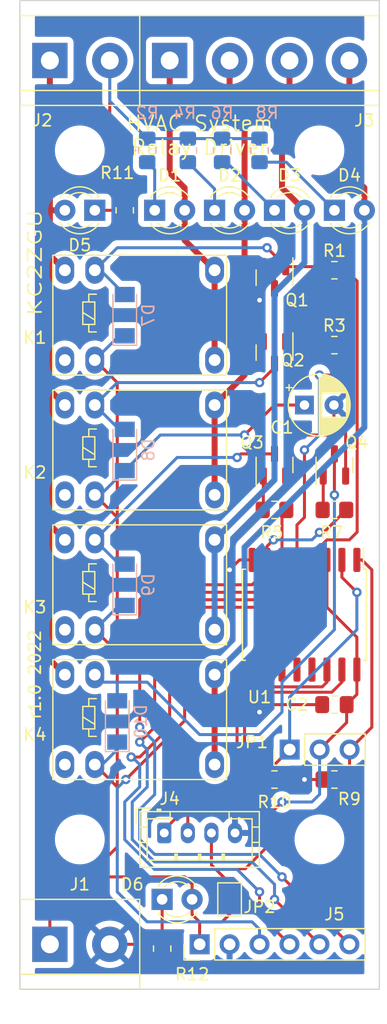
<source format=kicad_pcb>
(kicad_pcb (version 20211014) (generator pcbnew)
  (layers (0 "F.Cu" signal) (31 "B.Cu" signal) (34 "B.Paste" user) (35 "F.Paste" user) (36 "B.SilkS" user "B.Silkscreen") (37 "F.SilkS" user "F.Silkscreen") (38 "B.Mask" user) (39 "F.Mask" user) (44 "Edge.Cuts" user))
  (net 0 "")
  (net 1 "+5V")
  (net 2 "GND")
  (net 3 "VCC")
  (net 4 "Net-(D1-Pad1)")
  (net 5 "/HVAC_1")
  (net 6 "Net-(D2-Pad1)")
  (net 7 "/HVAC_2")
  (net 8 "Net-(D3-Pad1)")
  (net 9 "/HVAC_3")
  (net 10 "Net-(D4-Pad1)")
  (net 11 "/HVAC_4")
  (net 12 "/HVAC_V")
  (net 13 "/HVAC_C")
  (net 14 "Net-(R1-Pad2)")
  (net 15 "Net-(R3-Pad2)")
  (net 16 "Net-(J5-Pad5)")
  (net 17 "Net-(J5-Pad6)")
  (net 18 "Net-(JP1-Pad1)")
  (net 19 "Net-(JP1-Pad3)")
  (net 20 "Net-(K1-Pad5)")
  (net 22 "Net-(K2-Pad5)")
  (net 24 "Net-(K3-Pad5)")
  (net 26 "Net-(K4-Pad5)")
  (net 28 "Net-(Q1-Pad1)")
  (net 29 "Net-(Q2-Pad1)")
  (net 30 "Net-(Q3-Pad1)")
  (net 31 "Net-(Q4-Pad1)")
  (net 37 "Net-(D5-Pad1)")
  (net 38 "Net-(D6-Pad1)")
  (net 39 "/SCL")
  (net 40 "/SDA")
  (footprint "LED_THT:LED_D3.0mm" (layer "F.Cu") (at 113.66 127)
    (fp_text reference "D6" (at -2.535 -1.27) (layer "F.SilkS"))
    (fp_text value "LED")
    (pad "1" thru_hole rect (at 0 0) (size 1.8 1.8) (drill 0.9) (layers *.Cu *.Mask) (net 38 "Net-(D6-Pad1)"))
    (pad "2" thru_hole circle (at 2.54 0) (size 1.8 1.8) (drill 0.9) (layers *.Cu *.Mask) (net 1 "+5V"))
  )
  (footprint "Relay_THT:Relay_SPDT_HJR-4102" (layer "F.Cu") (at 118.11 107.95 -90)
    (fp_text reference "K4" (at 5.08 15.24) (layer "F.SilkS"))
    (fp_text value "J102-1C")
    (pad "1" thru_hole oval (at 0 0 270) (size 2.3 1.6) (drill 1) (layers *.Cu *.Mask) (net 11 "/HVAC_4"))
    (pad "5" thru_hole oval (at 0 10.16 270) (size 2.3 1.6) (drill 1) (layers *.Cu *.Mask) (net 26 "Net-(K4-Pad5)"))
    (pad "6" thru_hole oval (at 0 12.7 270) (size 2.3 1.6) (drill 1) (layers *.Cu *.Mask) (net 12 "/HVAC_V"))
    (pad "7" thru_hole oval (at 7.62 12.7 270) (size 2.3 1.6) (drill 1) (layers *.Cu *.Mask))
    (pad "8" thru_hole oval (at 7.62 10.16 270) (size 2.3 1.6) (drill 1) (layers *.Cu *.Mask) (net 1 "+5V"))
    (pad "12" thru_hole oval (at 7.62 0 270) (size 2.3 1.6) (drill 1) (layers *.Cu *.Mask) (net 11 "/HVAC_4"))
  )
  (footprint "Relay_THT:Relay_SPDT_HJR-4102" (layer "F.Cu") (at 118.11 73.66 -90)
    (fp_text reference "K1" (at 5.715 15.24 180) (layer "F.SilkS"))
    (fp_text value "J102-1C")
    (pad "1" thru_hole oval (at 0 0 270) (size 2.3 1.6) (drill 1) (layers *.Cu *.Mask) (net 5 "/HVAC_1"))
    (pad "5" thru_hole oval (at 0 10.16 270) (size 2.3 1.6) (drill 1) (layers *.Cu *.Mask) (net 20 "Net-(K1-Pad5)"))
    (pad "6" thru_hole oval (at 0 12.7 270) (size 2.3 1.6) (drill 1) (layers *.Cu *.Mask) (net 12 "/HVAC_V"))
    (pad "7" thru_hole oval (at 7.62 12.7 270) (size 2.3 1.6) (drill 1) (layers *.Cu *.Mask))
    (pad "8" thru_hole oval (at 7.62 10.16 270) (size 2.3 1.6) (drill 1) (layers *.Cu *.Mask) (net 1 "+5V"))
    (pad "12" thru_hole oval (at 7.62 0 270) (size 2.3 1.6) (drill 1) (layers *.Cu *.Mask) (net 5 "/HVAC_1"))
  )
  (footprint "Package_TO_SOT_SMD:SOT-23" (layer "F.Cu") (at 123.19 80.645 -90)
    (fp_text reference "Q2" (at 0.65 -1.56 180) (layer "F.SilkS"))
    (fp_text value "MMBT3904")
    (pad "1" smd roundrect (at -0.9375 -0.95 270) (size 1.475 0.6) (layers "F.Cu" "F.Paste" "F.Mask") (net 29 "Net-(Q2-Pad1)"))
    (pad "2" smd roundrect (at -0.9375 0.95 270) (size 1.475 0.6) (layers "F.Cu" "F.Paste" "F.Mask") (net 2 "GND"))
    (pad "3" smd roundrect (at 0.9375 0 270) (size 1.475 0.6) (layers "F.Cu" "F.Paste" "F.Mask") (net 22 "Net-(K2-Pad5)"))
  )
  (footprint "LED_THT:LED_D3.0mm" (layer "F.Cu") (at 113.03 68.58)
    (fp_text reference "D1" (at 1.27 -2.96) (layer "F.SilkS"))
    (fp_text value "LED")
    (pad "1" thru_hole rect (at 0 0) (size 1.8 1.8) (drill 0.9) (layers *.Cu *.Mask) (net 4 "Net-(D1-Pad1)"))
    (pad "2" thru_hole circle (at 2.54 0) (size 1.8 1.8) (drill 0.9) (layers *.Cu *.Mask) (net 5 "/HVAC_1"))
  )
  (footprint "TerminalBlock:TerminalBlock_bornier-2_P5.08mm" (layer "F.Cu") (at 104.14 55.88)
    (fp_text reference "J2" (at -0.635 5.08) (layer "F.SilkS"))
    (fp_text value "Conn_01x02_Male")
    (pad "1" thru_hole rect (at 0 0) (size 3 3) (drill 1.52) (layers *.Cu *.Mask) (net 12 "/HVAC_V"))
    (pad "2" thru_hole circle (at 5.08 0) (size 3 3) (drill 1.52) (layers *.Cu *.Mask) (net 13 "/HVAC_C"))
  )
  (footprint "Package_TO_SOT_SMD:SOT-23" (layer "F.Cu") (at 123.19 74.295 -90)
    (fp_text reference "Q1" (at 1.905 -1.905 180) (layer "F.SilkS"))
    (fp_text value "MMBT3904")
    (pad "1" smd roundrect (at -0.9375 -0.95 270) (size 1.475 0.6) (layers "F.Cu" "F.Paste" "F.Mask") (net 28 "Net-(Q1-Pad1)"))
    (pad "2" smd roundrect (at -0.9375 0.95 270) (size 1.475 0.6) (layers "F.Cu" "F.Paste" "F.Mask") (net 2 "GND"))
    (pad "3" smd roundrect (at 0.9375 0 270) (size 1.475 0.6) (layers "F.Cu" "F.Paste" "F.Mask") (net 20 "Net-(K1-Pad5)"))
  )
  (footprint "Resistor_SMD:R_0805_2012Metric_Pad1.20x1.40mm_HandSolder" (layer "F.Cu") (at 113.665 131.175 -90)
    (fp_text reference "R12" (at 2.175 -2.54 180) (layer "F.SilkS"))
    (fp_text value "R_US")
    (pad "1" smd roundrect (at -1 0 270) (size 1.2 1.4) (layers "F.Cu" "F.Paste" "F.Mask") (roundrect_rratio 0.2083333333) (net 38 "Net-(D6-Pad1)"))
    (pad "2" smd roundrect (at 1 0 270) (size 1.2 1.4) (layers "F.Cu" "F.Paste" "F.Mask") (roundrect_rratio 0.2083333333) (net 2 "GND"))
  )
  (footprint "Resistor_SMD:R_0805_2012Metric_Pad1.20x1.40mm_HandSolder" (layer "F.Cu") (at 123.19 116.84)
    (fp_text reference "R10" (at 0 1.905) (layer "F.SilkS"))
    (fp_text value "R_US")
    (pad "1" smd roundrect (at -1 0) (size 1.2 1.4) (layers "F.Cu" "F.Paste" "F.Mask") (roundrect_rratio 0.2083333333) (net 18 "Net-(JP1-Pad1)"))
    (pad "2" smd roundrect (at 1 0) (size 1.2 1.4) (layers "F.Cu" "F.Paste" "F.Mask") (roundrect_rratio 0.2083333333) (net 2 "GND"))
  )
  (footprint "LED_THT:LED_D3.0mm" (layer "F.Cu") (at 123.19 68.58)
    (fp_text reference "D3" (at 1.27 -2.96) (layer "F.SilkS"))
    (fp_text value "LED")
    (pad "1" thru_hole rect (at 0 0) (size 1.8 1.8) (drill 0.9) (layers *.Cu *.Mask) (net 8 "Net-(D3-Pad1)"))
    (pad "2" thru_hole circle (at 2.54 0) (size 1.8 1.8) (drill 0.9) (layers *.Cu *.Mask) (net 9 "/HVAC_3"))
  )
  (footprint "TerminalBlock:TerminalBlock_bornier-2_P5.08mm" (layer "F.Cu") (at 104.14 130.81)
    (fp_text reference "J1" (at 2.54 -5.08) (layer "F.SilkS"))
    (fp_text value "Conn_01x02_Male")
    (pad "1" thru_hole rect (at 0 0) (size 3 3) (drill 1.52) (layers *.Cu *.Mask) (net 1 "+5V"))
    (pad "2" thru_hole circle (at 5.08 0) (size 3 3) (drill 1.52) (layers *.Cu *.Mask) (net 2 "GND"))
  )
  (footprint "Jumper:SolderJumper-2_P1.3mm_Open_Pad1.0x1.5mm" (layer "F.Cu") (at 119.38 127 -90)
    (fp_text reference "JP2" (at 0.635 -2.54 180) (layer "F.SilkS"))
    (fp_text value "SolderJumper_2_Open")
    (pad "1" smd rect (at -0.65 0 270) (size 1 1.5) (layers "F.Cu" "F.Mask") (net 3 "VCC"))
    (pad "2" smd rect (at 0.65 0 270) (size 1 1.5) (layers "F.Cu" "F.Mask") (net 1 "+5V"))
  )
  (footprint "Connector_PinHeader_2.54mm:PinHeader_1x06_P2.54mm_Vertical" (layer "F.Cu") (at 116.84 130.81 90)
    (fp_text reference "J5" (at 2.54 11.43 180) (layer "F.SilkS"))
    (fp_text value "Conn_01x06_Male")
    (pad "1" thru_hole rect (at 0 0 90) (size 1.7 1.7) (drill 1) (layers *.Cu *.Mask) (net 1 "+5V"))
    (pad "2" thru_hole oval (at 0 2.54 90) (size 1.7 1.7) (drill 1) (layers *.Cu *.Mask) (net 2 "GND"))
    (pad "3" thru_hole oval (at 0 5.08 90) (size 1.7 1.7) (drill 1) (layers *.Cu *.Mask) (net 14 "Net-(R1-Pad2)"))
    (pad "4" thru_hole oval (at 0 7.62 90) (size 1.7 1.7) (drill 1) (layers *.Cu *.Mask) (net 15 "Net-(R3-Pad2)"))
    (pad "5" thru_hole oval (at 0 10.16 90) (size 1.7 1.7) (drill 1) (layers *.Cu *.Mask) (net 16 "Net-(J5-Pad5)"))
    (pad "6" thru_hole oval (at 0 12.7 90) (size 1.7 1.7) (drill 1) (layers *.Cu *.Mask) (net 17 "Net-(J5-Pad6)"))
  )
  (footprint "Package_SO:SOIC-16W_7.5x10.3mm_P1.27mm" (layer "F.Cu") (at 125.73 102.87 -90)
    (fp_text reference "U1" (at 6.985 3.81 180) (layer "F.SilkS"))
    (fp_text value "TCA9554DW")
    (pad "1" smd roundrect (at -4.65 -4.445 270) (size 2.05 0.6) (layers "F.Cu" "F.Paste" "F.Mask") (net 19 "Net-(JP1-Pad3)"))
    (pad "2" smd roundrect (at -4.65 -3.175 270) (size 2.05 0.6) (layers "F.Cu" "F.Paste" "F.Mask") (net 18 "Net-(JP1-Pad1)"))
    (pad "3" smd roundrect (at -4.65 -1.905 270) (size 2.05 0.6) (layers "F.Cu" "F.Paste" "F.Mask") (net 3 "VCC"))
    (pad "4" smd roundrect (at -4.65 -0.635 270) (size 2.05 0.6) (layers "F.Cu" "F.Paste" "F.Mask") (net 14 "Net-(R1-Pad2)"))
    (pad "5" smd roundrect (at -4.65 0.635 270) (size 2.05 0.6) (layers "F.Cu" "F.Paste" "F.Mask") (net 15 "Net-(R3-Pad2)"))
    (pad "6" smd roundrect (at -4.65 1.905 270) (size 2.05 0.6) (layers "F.Cu" "F.Paste" "F.Mask") (net 16 "Net-(J5-Pad5)"))
    (pad "7" smd roundrect (at -4.65 3.175 270) (size 2.05 0.6) (layers "F.Cu" "F.Paste" "F.Mask") (net 17 "Net-(J5-Pad6)"))
    (pad "8" smd roundrect (at -4.65 4.445 270) (size 2.05 0.6) (layers "F.Cu" "F.Paste" "F.Mask") (net 2 "GND"))
    (pad "9" smd roundrect (at 4.65 4.445 270) (size 2.05 0.6) (layers "F.Cu" "F.Paste" "F.Mask"))
    (pad "10" smd roundrect (at 4.65 3.175 270) (size 2.05 0.6) (layers "F.Cu" "F.Paste" "F.Mask"))
    (pad "11" smd roundrect (at 4.65 1.905 270) (size 2.05 0.6) (layers "F.Cu" "F.Paste" "F.Mask"))
    (pad "12" smd roundrect (at 4.65 0.635 270) (size 2.05 0.6) (layers "F.Cu" "F.Paste" "F.Mask"))
    (pad "13" smd roundrect (at 4.65 -0.635 270) (size 2.05 0.6) (layers "F.Cu" "F.Paste" "F.Mask"))
    (pad "14" smd roundrect (at 4.65 -1.905 270) (size 2.05 0.6) (layers "F.Cu" "F.Paste" "F.Mask") (net 39 "/SCL"))
    (pad "15" smd roundrect (at 4.65 -3.175 270) (size 2.05 0.6) (layers "F.Cu" "F.Paste" "F.Mask") (net 40 "/SDA"))
    (pad "16" smd roundrect (at 4.65 -4.445 270) (size 2.05 0.6) (layers "F.Cu" "F.Paste" "F.Mask") (net 3 "VCC"))
  )
  (footprint "LED_THT:LED_D3.0mm" (layer "F.Cu") (at 107.95 68.58 180)
    (fp_text reference "D5" (at 1.27 -2.96) (layer "F.SilkS"))
    (fp_text value "LED")
    (pad "1" thru_hole rect (at 0 0 180) (size 1.8 1.8) (drill 0.9) (layers *.Cu *.Mask) (net 37 "Net-(D5-Pad1)"))
    (pad "2" thru_hole circle (at 2.54 0 180) (size 1.8 1.8) (drill 0.9) (layers *.Cu *.Mask) (net 12 "/HVAC_V"))
  )
  (footprint "Capacitor_SMD:C_0805_2012Metric_Pad1.18x1.45mm_HandSolder" (layer "F.Cu") (at 128.27 110.49 180)
    (fp_text reference "C2" (at 3.175 0) (layer "F.SilkS"))
    (fp_text value "1uF")
    (pad "1" smd roundrect (at -1.0375 0 180) (size 1.175 1.45) (layers "F.Cu" "F.Paste" "F.Mask") (roundrect_rratio 0.2127659574) (net 3 "VCC"))
    (pad "2" smd roundrect (at 1.0375 0 180) (size 1.175 1.45) (layers "F.Cu" "F.Paste" "F.Mask") (roundrect_rratio 0.2127659574) (net 2 "GND"))
  )
  (footprint "Resistor_SMD:R_0805_2012Metric_Pad1.20x1.40mm_HandSolder" (layer "F.Cu") (at 110.49 68.58 -90)
    (fp_text reference "R11" (at -3.175 0.635 180) (layer "F.SilkS"))
    (fp_text value "R_US")
    (pad "1" smd roundrect (at -1 0 270) (size 1.2 1.4) (layers "F.Cu" "F.Paste" "F.Mask") (roundrect_rratio 0.2083333333) (net 13 "/HVAC_C"))
    (pad "2" smd roundrect (at 1 0 270) (size 1.2 1.4) (layers "F.Cu" "F.Paste" "F.Mask") (roundrect_rratio 0.2083333333) (net 37 "Net-(D5-Pad1)"))
  )
  (footprint "Relay_THT:Relay_SPDT_HJR-4102" (layer "F.Cu") (at 118.11 96.52 -90)
    (fp_text reference "K3" (at 5.715 15.24 180) (layer "F.SilkS"))
    (fp_text value "J102-1C")
    (pad "1" thru_hole oval (at 0 0 270) (size 2.3 1.6) (drill 1) (layers *.Cu *.Mask) (net 9 "/HVAC_3"))
    (pad "5" thru_hole oval (at 0 10.16 270) (size 2.3 1.6) (drill 1) (layers *.Cu *.Mask) (net 24 "Net-(K3-Pad5)"))
    (pad "6" thru_hole oval (at 0 12.7 270) (size 2.3 1.6) (drill 1) (layers *.Cu *.Mask) (net 12 "/HVAC_V"))
    (pad "7" thru_hole oval (at 7.62 12.7 270) (size 2.3 1.6) (drill 1) (layers *.Cu *.Mask))
    (pad "8" thru_hole oval (at 7.62 10.16 270) (size 2.3 1.6) (drill 1) (layers *.Cu *.Mask) (net 1 "+5V"))
    (pad "12" thru_hole oval (at 7.62 0 270) (size 2.3 1.6) (drill 1) (layers *.Cu *.Mask) (net 9 "/HVAC_3"))
  )
  (footprint "Resistor_SMD:R_0805_2012Metric_Pad1.20x1.40mm_HandSolder" (layer "F.Cu") (at 128.27 80.01)
    (fp_text reference "R3" (at 0 -1.65) (layer "F.SilkS"))
    (fp_text value "R_US")
    (pad "1" smd roundrect (at -1 0) (size 1.2 1.4) (layers "F.Cu" "F.Paste" "F.Mask") (roundrect_rratio 0.2083333333) (net 29 "Net-(Q2-Pad1)"))
    (pad "2" smd roundrect (at 1 0) (size 1.2 1.4) (layers "F.Cu" "F.Paste" "F.Mask") (roundrect_rratio 0.2083333333) (net 15 "Net-(R3-Pad2)"))
  )
  (footprint "Capacitor_THT:CP_Radial_D5.0mm_P2.50mm" (layer "F.Cu") (at 125.73 85.09)
    (fp_text reference "C1" (at -1.905 1.905) (layer "F.SilkS"))
    (fp_text value "10uF")
    (pad "1" thru_hole rect (at 0 0) (size 1.6 1.6) (drill 0.8) (layers *.Cu *.Mask) (net 1 "+5V"))
    (pad "2" thru_hole circle (at 2.5 0) (size 1.6 1.6) (drill 0.8) (layers *.Cu *.Mask) (net 2 "GND"))
  )
  (footprint "Connector_PinHeader_2.54mm:PinHeader_1x03_P2.54mm_Vertical" (layer "F.Cu") (at 124.475 114.3 90)
    (fp_text reference "JP1" (at 0.635 -3.19 180) (layer "F.SilkS"))
    (fp_text value "Jumper_3_Open")
    (pad "1" thru_hole rect (at 0 0 90) (size 1.7 1.7) (drill 1) (layers *.Cu *.Mask) (net 18 "Net-(JP1-Pad1)"))
    (pad "2" thru_hole oval (at 0 2.54 90) (size 1.7 1.7) (drill 1) (layers *.Cu *.Mask) (net 3 "VCC"))
    (pad "3" thru_hole oval (at 0 5.08 90) (size 1.7 1.7) (drill 1) (layers *.Cu *.Mask) (net 19 "Net-(JP1-Pad3)"))
  )
  (footprint "MountingHole:MountingHole_3.2mm_M3" (layer "F.Cu") (at 106.68 63.5)
    (fp_text reference "H3" (at 0 0) (layer "F.SilkS"))
    (fp_text value "MountingHole")
    (pad "" np_thru_hole circle (at 0 0) (size 3.2 3.2) (drill 3.2) (layers *.Cu *.Mask))
  )
  (footprint "LED_THT:LED_D3.0mm" (layer "F.Cu") (at 118.11 68.58)
    (fp_text reference "D2" (at 1.27 -2.96) (layer "F.SilkS"))
    (fp_text value "LED")
    (pad "1" thru_hole rect (at 0 0) (size 1.8 1.8) (drill 0.9) (layers *.Cu *.Mask) (net 6 "Net-(D2-Pad1)"))
    (pad "2" thru_hole circle (at 2.54 0) (size 1.8 1.8) (drill 0.9) (layers *.Cu *.Mask) (net 7 "/HVAC_2"))
  )
  (footprint "Resistor_SMD:R_0805_2012Metric_Pad1.20x1.40mm_HandSolder" (layer "F.Cu") (at 123.19 93.98)
    (fp_text reference "R5" (at -0.227064 1.905) (layer "F.SilkS"))
    (fp_text value "R_US")
    (pad "1" smd roundrect (at -1 0) (size 1.2 1.4) (layers "F.Cu" "F.Paste" "F.Mask") (roundrect_rratio 0.2083333333) (net 30 "Net-(Q3-Pad1)"))
    (pad "2" smd roundrect (at 1 0) (size 1.2 1.4) (layers "F.Cu" "F.Paste" "F.Mask") (roundrect_rratio 0.2083333333) (net 16 "Net-(J5-Pad5)"))
  )
  (footprint "Package_TO_SOT_SMD:SOT-23" (layer "F.Cu") (at 123.19 90.17 90)
    (fp_text reference "Q3" (at 1.905 -1.905 180) (layer "F.SilkS"))
    (fp_text value "MMBT3904")
    (pad "1" smd roundrect (at -0.9375 -0.95 90) (size 1.475 0.6) (layers "F.Cu" "F.Paste" "F.Mask") (net 30 "Net-(Q3-Pad1)"))
    (pad "2" smd roundrect (at -0.9375 0.95 90) (size 1.475 0.6) (layers "F.Cu" "F.Paste" "F.Mask") (net 2 "GND"))
    (pad "3" smd roundrect (at 0.9375 0 90) (size 1.475 0.6) (layers "F.Cu" "F.Paste" "F.Mask") (net 24 "Net-(K3-Pad5)"))
  )
  (footprint "MountingHole:MountingHole_3.2mm_M3" (layer "F.Cu") (at 106.68 121.92)
    (fp_text reference "H1" (at 0 0.635) (layer "F.SilkS"))
    (fp_text value "MountingHole")
    (pad "" np_thru_hole circle (at 0 0) (size 3.2 3.2) (drill 3.2) (layers *.Cu *.Mask))
  )
  (footprint "Resistor_SMD:R_0805_2012Metric_Pad1.20x1.40mm_HandSolder" (layer "F.Cu") (at 128.27 116.84 180)
    (fp_text reference "R9" (at -1.27 -1.65) (layer "F.SilkS"))
    (fp_text value "R_US")
    (pad "1" smd roundrect (at -1 0 180) (size 1.2 1.4) (layers "F.Cu" "F.Paste" "F.Mask") (roundrect_rratio 0.2083333333) (net 19 "Net-(JP1-Pad3)"))
    (pad "2" smd roundrect (at 1 0 180) (size 1.2 1.4) (layers "F.Cu" "F.Paste" "F.Mask") (roundrect_rratio 0.2083333333) (net 2 "GND"))
  )
  (footprint "MountingHole:MountingHole_3.2mm_M3" (layer "F.Cu") (at 127 63.5)
    (fp_text reference "H4" (at 0 0) (layer "F.SilkS"))
    (fp_text value "MountingHole")
    (pad "" np_thru_hole circle (at 0 0) (size 3.2 3.2) (drill 3.2) (layers *.Cu *.Mask))
  )
  (footprint "LED_THT:LED_D3.0mm" (layer "F.Cu") (at 128.27 68.58)
    (fp_text reference "D4" (at 1.27 -2.96) (layer "F.SilkS"))
    (fp_text value "LED")
    (pad "1" thru_hole rect (at 0 0) (size 1.8 1.8) (drill 0.9) (layers *.Cu *.Mask) (net 10 "Net-(D4-Pad1)"))
    (pad "2" thru_hole circle (at 2.54 0) (size 1.8 1.8) (drill 0.9) (layers *.Cu *.Mask) (net 11 "/HVAC_4"))
  )
  (footprint "Resistor_SMD:R_0805_2012Metric_Pad1.20x1.40mm_HandSolder" (layer "F.Cu") (at 128.27 93.98)
    (fp_text reference "R7" (at -0.227064 1.905) (layer "F.SilkS"))
    (fp_text value "R_US")
    (pad "1" smd roundrect (at -1 0) (size 1.2 1.4) (layers "F.Cu" "F.Paste" "F.Mask") (roundrect_rratio 0.2083333333) (net 31 "Net-(Q4-Pad1)"))
    (pad "2" smd roundrect (at 1 0) (size 1.2 1.4) (layers "F.Cu" "F.Paste" "F.Mask") (roundrect_rratio 0.2083333333) (net 17 "Net-(J5-Pad6)"))
  )
  (footprint "TerminalBlock:TerminalBlock_bornier-4_P5.08mm" (layer "F.Cu") (at 114.3 55.88)
    (fp_text reference "J3" (at 16.51 5.08) (layer "F.SilkS"))
    (fp_text value "Conn_01x04_Male")
    (pad "1" thru_hole rect (at 0 0) (size 3 3) (drill 1.52) (layers *.Cu *.Mask) (net 5 "/HVAC_1"))
    (pad "2" thru_hole circle (at 5.08 0) (size 3 3) (drill 1.52) (layers *.Cu *.Mask) (net 7 "/HVAC_2"))
    (pad "3" thru_hole circle (at 10.16 0) (size 3 3) (drill 1.52) (layers *.Cu *.Mask) (net 9 "/HVAC_3"))
    (pad "4" thru_hole circle (at 15.24 0) (size 3 3) (drill 1.52) (layers *.Cu *.Mask) (net 11 "/HVAC_4"))
  )
  (footprint "Connector_JST:JST_PH_B4B-PH-K_1x04_P2.00mm_Vertical" (layer "F.Cu") (at 113.84 121.37)
    (fp_text reference "J4" (at 0.46 -2.9) (layer "F.SilkS"))
    (fp_text value "Conn_01x04_Male")
    (pad "1" thru_hole roundrect (at 0 0) (size 1.2 1.75) (drill 0.75) (layers *.Cu *.Mask) (roundrect_rratio 0.2083333333) (net 39 "/SCL"))
    (pad "2" thru_hole oval (at 2 0) (size 1.2 1.75) (drill 0.75) (layers *.Cu *.Mask) (net 40 "/SDA"))
    (pad "3" thru_hole oval (at 4 0) (size 1.2 1.75) (drill 0.75) (layers *.Cu *.Mask) (net 3 "VCC"))
    (pad "4" thru_hole oval (at 6 0) (size 1.2 1.75) (drill 0.75) (layers *.Cu *.Mask) (net 2 "GND"))
  )
  (footprint "Resistor_SMD:R_0805_2012Metric_Pad1.20x1.40mm_HandSolder" (layer "F.Cu") (at 128.27 73.66)
    (fp_text reference "R1" (at 0 -1.65) (layer "F.SilkS"))
    (fp_text value "R_US")
    (pad "1" smd roundrect (at -1 0) (size 1.2 1.4) (layers "F.Cu" "F.Paste" "F.Mask") (roundrect_rratio 0.2083333333) (net 28 "Net-(Q1-Pad1)"))
    (pad "2" smd roundrect (at 1 0) (size 1.2 1.4) (layers "F.Cu" "F.Paste" "F.Mask") (roundrect_rratio 0.2083333333) (net 14 "Net-(R1-Pad2)"))
  )
  (footprint "Package_TO_SOT_SMD:SOT-23" (layer "F.Cu") (at 128.27 90.17 90)
    (fp_text reference "Q4" (at 1.905 1.905 180) (layer "F.SilkS"))
    (fp_text value "MMBT3904")
    (pad "1" smd roundrect (at -0.9375 -0.95 90) (size 1.475 0.6) (layers "F.Cu" "F.Paste" "F.Mask") (net 31 "Net-(Q4-Pad1)"))
    (pad "2" smd roundrect (at -0.9375 0.95 90) (size 1.475 0.6) (layers "F.Cu" "F.Paste" "F.Mask") (net 2 "GND"))
    (pad "3" smd roundrect (at 0.9375 0 90) (size 1.475 0.6) (layers "F.Cu" "F.Paste" "F.Mask") (net 26 "Net-(K4-Pad5)"))
  )
  (footprint "MountingHole:MountingHole_3.2mm_M3" (layer "F.Cu") (at 127 121.92)
    (fp_text reference "H2" (at 0 0) (layer "F.SilkS"))
    (fp_text value "MountingHole")
    (pad "" np_thru_hole circle (at 0 0) (size 3.2 3.2) (drill 3.2) (layers *.Cu *.Mask))
  )
  (footprint "Relay_THT:Relay_SPDT_HJR-4102" (layer "F.Cu") (at 118.11 85.09 -90)
    (fp_text reference "K2" (at 5.715 15.24 180) (layer "F.SilkS"))
    (fp_text value "J102-1C")
    (pad "1" thru_hole oval (at 0 0 270) (size 2.3 1.6) (drill 1) (layers *.Cu *.Mask) (net 7 "/HVAC_2"))
    (pad "5" thru_hole oval (at 0 10.16 270) (size 2.3 1.6) (drill 1) (layers *.Cu *.Mask) (net 22 "Net-(K2-Pad5)"))
    (pad "6" thru_hole oval (at 0 12.7 270) (size 2.3 1.6) (drill 1) (layers *.Cu *.Mask) (net 12 "/HVAC_V"))
    (pad "7" thru_hole oval (at 7.62 12.7 270) (size 2.3 1.6) (drill 1) (layers *.Cu *.Mask))
    (pad "8" thru_hole oval (at 7.62 10.16 270) (size 2.3 1.6) (drill 1) (layers *.Cu *.Mask) (net 1 "+5V"))
    (pad "12" thru_hole oval (at 7.62 0 270) (size 2.3 1.6) (drill 1) (layers *.Cu *.Mask) (net 7 "/HVAC_2"))
  )
  (footprint "Diode_SMD:D_MiniMELF" (layer "B.Cu") (at 110.49 100.33 90)
    (fp_text reference "D9" (at 0 2 90) (layer "B.SilkS") (effects (justify mirror)))
    (fp_text value "LL4148")
    (pad "1" smd rect (at -1.75 0 90) (size 1.3 1.7) (layers "B.Cu" "B.Paste" "B.Mask") (net 1 "+5V"))
    (pad "2" smd rect (at 1.75 0 90) (size 1.3 1.7) (layers "B.Cu" "B.Paste" "B.Mask") (net 24 "Net-(K3-Pad5)"))
  )
  (footprint "Diode_SMD:D_MiniMELF" (layer "B.Cu") (at 110.49 88.9 90)
    (fp_text reference "D8" (at 0 2 90) (layer "B.SilkS") (effects (justify mirror)))
    (fp_text value "LL4148")
    (pad "1" smd rect (at -1.75 0 90) (size 1.3 1.7) (layers "B.Cu" "B.Paste" "B.Mask") (net 1 "+5V"))
    (pad "2" smd rect (at 1.75 0 90) (size 1.3 1.7) (layers "B.Cu" "B.Paste" "B.Mask") (net 22 "Net-(K2-Pad5)"))
  )
  (footprint "Diode_SMD:D_MiniMELF" (layer "B.Cu") (at 109.855 111.915 90)
    (fp_text reference "D10" (at 0 2 90) (layer "B.SilkS") (effects (justify mirror)))
    (fp_text value "LL4148")
    (pad "1" smd rect (at -1.75 0 90) (size 1.3 1.7) (layers "B.Cu" "B.Paste" "B.Mask") (net 1 "+5V"))
    (pad "2" smd rect (at 1.75 0 90) (size 1.3 1.7) (layers "B.Cu" "B.Paste" "B.Mask") (net 26 "Net-(K4-Pad5)"))
  )
  (footprint "Resistor_SMD:R_0805_2012Metric_Pad1.20x1.40mm_HandSolder" (layer "B.Cu") (at 121.92 63.5 90)
    (fp_text reference "R8" (at 3.175 0.635 180) (layer "B.SilkS") (effects (justify mirror)))
    (fp_text value "R_US")
    (pad "1" smd roundrect (at -1 0 90) (size 1.2 1.4) (layers "B.Cu" "B.Paste" "B.Mask") (roundrect_rratio 0.2083333333) (net 10 "Net-(D4-Pad1)"))
    (pad "2" smd roundrect (at 1 0 90) (size 1.2 1.4) (layers "B.Cu" "B.Paste" "B.Mask") (roundrect_rratio 0.2083333333) (net 13 "/HVAC_C"))
  )
  (footprint "Diode_SMD:D_MiniMELF" (layer "B.Cu") (at 110.49 77.47 90)
    (fp_text reference "D7" (at 0 2 90) (layer "B.SilkS") (effects (justify mirror)))
    (fp_text value "LL4148")
    (pad "1" smd rect (at -1.75 0 90) (size 1.3 1.7) (layers "B.Cu" "B.Paste" "B.Mask") (net 1 "+5V"))
    (pad "2" smd rect (at 1.75 0 90) (size 1.3 1.7) (layers "B.Cu" "B.Paste" "B.Mask") (net 20 "Net-(K1-Pad5)"))
  )
  (footprint "Resistor_SMD:R_0805_2012Metric_Pad1.20x1.40mm_HandSolder" (layer "B.Cu") (at 118.745 63.5 90)
    (fp_text reference "R6" (at 3.175 0 180) (layer "B.SilkS") (effects (justify mirror)))
    (fp_text value "R_US")
    (pad "1" smd roundrect (at -1 0 90) (size 1.2 1.4) (layers "B.Cu" "B.Paste" "B.Mask") (roundrect_rratio 0.2083333333) (net 8 "Net-(D3-Pad1)"))
    (pad "2" smd roundrect (at 1 0 90) (size 1.2 1.4) (layers "B.Cu" "B.Paste" "B.Mask") (roundrect_rratio 0.2083333333) (net 13 "/HVAC_C"))
  )
  (footprint "Resistor_SMD:R_0805_2012Metric_Pad1.20x1.40mm_HandSolder" (layer "B.Cu") (at 115.84 63.5 90)
    (fp_text reference "R4" (at 3.175 -0.27 180) (layer "B.SilkS") (effects (justify mirror)))
    (fp_text value "R_US")
    (pad "1" smd roundrect (at -1 0 90) (size 1.2 1.4) (layers "B.Cu" "B.Paste" "B.Mask") (roundrect_rratio 0.2083333333) (net 6 "Net-(D2-Pad1)"))
    (pad "2" smd roundrect (at 1 0 90) (size 1.2 1.4) (layers "B.Cu" "B.Paste" "B.Mask") (roundrect_rratio 0.2083333333) (net 13 "/HVAC_C"))
  )
  (footprint "Resistor_SMD:R_0805_2012Metric_Pad1.20x1.40mm_HandSolder" (layer "B.Cu") (at 112.395 63.5 90)
    (fp_text reference "R2" (at 3.175 0 180) (layer "B.SilkS") (effects (justify mirror)))
    (fp_text value "R_US")
    (pad "1" smd roundrect (at -1 0 90) (size 1.2 1.4) (layers "B.Cu" "B.Paste" "B.Mask") (roundrect_rratio 0.2083333333) (net 4 "Net-(D1-Pad1)"))
    (pad "2" smd roundrect (at 1 0 90) (size 1.2 1.4) (layers "B.Cu" "B.Paste" "B.Mask") (roundrect_rratio 0.2083333333) (net 13 "/HVAC_C"))
  )
  (gr_line (start 132.08 50.8) (end 132.08 134.62) (layer "Edge.Cuts") (width 0.1))
  (gr_line (start 101.6 134.62) (end 101.6 50.8) (layer "Edge.Cuts") (width 0.1))
  (gr_line (start 132.08 134.62) (end 101.6 134.62) (layer "Edge.Cuts") (width 0.1))
  (gr_line (start 101.6 50.8) (end 132.08 50.8) (layer "Edge.Cuts") (width 0.1))
  (gr_text "HVAC System\nRelay Driver" (at 116.84 62.23) (layer "F.SilkS") (effects (font (size 1.27 1.27))))
  (gr_text "r1.0 2022" (at 102.87 107.95 90) (layer "F.SilkS") (effects (font (size 1 1))))
  (gr_text "KC2ZGU" (at 102.87 73.025 90) (layer "F.SilkS") (effects (font (size 1.143 1.524))))
  (segment (start 107.95 115.57) (end 109.855 117.475) (width 0.254) (layer "F.Cu") (net 1))
  (segment (start 107.95 92.71) (end 109.855 94.615) (width 0.254) (layer "F.Cu") (net 1))
  (segment (start 104.79 127.65) (end 104.775 127.635) (width 0.254) (layer "F.Cu") (net 1))
  (segment (start 116.2 128.28) (end 116.84 128.92) (width 0.254) (layer "F.Cu") (net 1))
  (segment (start 116.84 130.81) (end 116.84 128.92) (width 0.254) (layer "F.Cu") (net 1))
  (segment (start 107.95 81.28) (end 109.855 83.185) (width 0.254) (layer "F.Cu") (net 1))
  (segment (start 118.73 128.92) (end 119.38 128.27) (width 0.254) (layer "F.Cu") (net 1))
  (segment (start 107.95 104.14) (end 109.855 106.045) (width 0.254) (layer "F.Cu") (net 1))
  (segment (start 116.2 127) (end 116.2 125.725) (width 0.254) (layer "F.Cu") (net 1))
  (segment (start 123.19 85.09) (end 120.65 87.63) (width 0.254) (layer "F.Cu") (net 1))
  (segment (start 107.315 125.095) (end 104.775 127.635) (width 0.254) (layer "F.Cu") (net 1))
  (segment (start 104.14 128.27) (end 104.14 130.81) (width 0.254) (layer "F.Cu") (net 1))
  (segment (start 109.855 94.615) (end 109.855 106.045) (width 0.254) (layer "F.Cu") (net 1))
  (segment (start 116.2 127) (end 116.2 128.28) (width 0.254) (layer "F.Cu") (net 1))
  (segment (start 115.57 125.095) (end 107.315 125.095) (width 0.254) (layer "F.Cu") (net 1))
  (segment (start 116.84 128.92) (end 118.73 128.92) (width 0.254) (layer "F.Cu") (net 1))
  (segment (start 109.855 117.475) (end 109.855 122.555) (width 0.254) (layer "F.Cu") (net 1))
  (segment (start 119.38 128.27) (end 119.38 127.65) (width 0.254) (layer "F.Cu") (net 1))
  (segment (start 109.855 122.555) (end 107.315 125.095) (width 0.254) (layer "F.Cu") (net 1))
  (segment (start 125.73 85.09) (end 123.19 85.09) (width 0.254) (layer "F.Cu") (net 1))
  (segment (start 116.2 125.725) (end 115.57 125.095) (width 0.254) (layer "F.Cu") (net 1))
  (segment (start 109.855 83.185) (end 109.855 94.615) (width 0.254) (layer "F.Cu") (net 1))
  (segment (start 104.775 127.635) (end 104.14 128.27) (width 0.254) (layer "F.Cu") (net 1))
  (segment (start 109.855 106.045) (end 109.855 117.475) (width 0.254) (layer "F.Cu") (net 1))
  (via (at 120.65 87.63) (size 0.8) (drill 0.4) (layers "F.Cu" "B.Cu") (net 1))
  (segment (start 110.01 79.22) (end 110.49 79.22) (width 0.254) (layer "B.Cu") (net 1))
  (segment (start 110.01 102.08) (end 110.49 102.08) (width 0.254) (layer "B.Cu") (net 1))
  (segment (start 107.95 104.14) (end 110.01 102.08) (width 0.254) (layer "B.Cu") (net 1))
  (segment (start 110.49 113.665) (end 108.585 115.57) (width 0.254) (layer "B.Cu") (net 1))
  (segment (start 107.95 92.71) (end 108.43 92.71) (width 0.254) (layer "B.Cu") (net 1))
  (segment (start 120.65 87.63) (end 113.51 87.63) (width 0.254) (layer "B.Cu") (net 1))
  (segment (start 107.95 81.28) (end 110.01 79.22) (width 0.254) (layer "B.Cu") (net 1))
  (segment (start 113.51 87.63) (end 110.49 90.65) (width 0.254) (layer "B.Cu") (net 1))
  (segment (start 108.585 115.57) (end 107.95 115.57) (width 0.254) (layer "B.Cu") (net 1))
  (segment (start 108.43 92.71) (end 110.49 90.65) (width 0.254) (layer "B.Cu") (net 1))
  (segment (start 113.665 132.175) (end 112.3 130.81) (width 0.254) (layer "F.Cu") (net 2))
  (segment (start 122.24 76.52) (end 121.92 76.2) (width 0.254) (layer "F.Cu") (net 2))
  (segment (start 120.22 98.22) (end 119.38 99.06) (width 0.254) (layer "F.Cu") (net 2))
  (segment (start 129.22 86.08) (end 128.23 85.09) (width 0.254) (layer "F.Cu") (net 2))
  (segment (start 124.14 88.585) (end 125.095 87.63) (width 0.254) (layer "F.Cu") (net 2))
  (segment (start 122.24 79.7075) (end 122.24 76.52) (width 0.254) (layer "F.Cu") (net 2))
  (segment (start 112.3 130.81) (end 109.22 130.81) (width 0.254) (layer "F.Cu") (net 2))
  (segment (start 122.24 75.88) (end 121.92 76.2) (width 0.254) (layer "F.Cu") (net 2))
  (segment (start 127.6175 87.63) (end 128.23 87.0175) (width 0.254) (layer "F.Cu") (net 2))
  (segment (start 129.22 91.1075) (end 129.22 86.08) (width 0.254) (layer "F.Cu") (net 2))
  (segment (start 128.23 87.0175) (end 128.23 85.09) (width 0.254) (layer "F.Cu") (net 2))
  (segment (start 125.095 87.63) (end 127.6175 87.63) (width 0.254) (layer "F.Cu") (net 2))
  (segment (start 124.46 110.49) (end 122.555 110.49) (width 0.254) (layer "F.Cu") (net 2))
  (segment (start 127.2325 110.49) (end 124.46 110.49) (width 0.254) (layer "F.Cu") (net 2))
  (segment (start 124.19 116.84) (end 127.27 116.84) (width 0.254) (layer "F.Cu") (net 2))
  (segment (start 122.24 73.3575) (end 122.24 75.88) (width 0.254) (layer "F.Cu") (net 2))
  (segment (start 122.555 110.49) (end 121.92 111.125) (width 0.254) (layer "F.Cu") (net 2))
  (segment (start 121.285 98.22) (end 120.22 98.22) (width 0.254) (layer "F.Cu") (net 2))
  (segment (start 124.14 91.1075) (end 124.14 88.585) (width 0.254) (layer "F.Cu") (net 2))
  (via (at 119.38 99.06) (size 0.8) (drill 0.4) (layers "F.Cu" "B.Cu") (net 2))
  (via (at 121.92 76.2) (size 0.8) (drill 0.4) (layers "F.Cu" "B.Cu") (net 2))
  (via (at 125.73 116.84) (size 0.8) (drill 0.4) (layers "F.Cu" "B.Cu") (net 2))
  (via (at 121.92 111.125) (size 0.8) (drill 0.4) (layers "F.Cu" "B.Cu") (net 2))
  (segment (start 129.3075 110.49) (end 129.3075 112.0075) (width 0.254) (layer "F.Cu") (net 3))
  (segment (start 120.705 124.405) (end 122.555 122.555) (width 0.254) (layer "F.Cu") (net 3))
  (segment (start 119.38 125.62) (end 118.165 124.405) (width 0.254) (layer "F.Cu") (net 3))
  (segment (start 122.555 122.555) (end 122.555 120.015) (width 0.254) (layer "F.Cu") (net 3))
  (segment (start 130.175 109.6225) (end 129.3075 110.49) (width 0.254) (layer "F.Cu") (net 3))
  (segment (start 118.165 124.405) (end 120.705 124.405) (width 0.254) (layer "F.Cu") (net 3))
  (segment (start 118.165 124.405) (end 117.84 124.08) (width 0.254) (layer "F.Cu") (net 3))
  (segment (start 117.84 121.37) (end 117.84 124.08) (width 0.254) (layer "F.Cu") (net 3))
  (segment (start 130.175 104.775) (end 130.175 107.52) (width 0.254) (layer "F.Cu") (net 3))
  (segment (start 130.175 107.52) (end 130.175 109.6225) (width 0.254) (layer "F.Cu") (net 3))
  (segment (start 122.555 120.015) (end 123.825 118.745) (width 0.254) (layer "F.Cu") (net 3))
  (segment (start 119.38 126.35) (end 119.38 125.62) (width 0.254) (layer "F.Cu") (net 3))
  (segment (start 129.3075 112.0075) (end 127.015 114.3) (width 0.254) (layer "F.Cu") (net 3))
  (segment (start 127.635 102.235) (end 130.175 104.775) (width 0.254) (layer "F.Cu") (net 3))
  (segment (start 127.635 98.22) (end 127.635 102.235) (width 0.254) (layer "F.Cu") (net 3))
  (via (at 123.825 118.745) (size 0.8) (drill 0.4) (layers "F.Cu" "B.Cu") (net 3))
  (segment (start 123.825 118.745) (end 126.365 118.745) (width 0.254) (layer "B.Cu") (net 3))
  (segment (start 126.365 118.745) (end 127.015 118.095) (width 0.254) (layer "B.Cu") (net 3))
  (segment (start 127.015 118.095) (end 127.015 114.3) (width 0.254) (layer "B.Cu") (net 3))
  (segment (start 113.03 65.135) (end 113.03 68.58) (width 0.254) (layer "B.Cu") (net 4))
  (segment (start 112.395 64.5) (end 113.03 65.135) (width 0.254) (layer "B.Cu") (net 4))
  (segment (start 118.11 81.28) (end 118.11 73.66) (width 0.508) (layer "F.Cu") (net 5))
  (segment (start 115.57 66.675) (end 114.3 65.405) (width 0.508) (layer "F.Cu") (net 5))
  (segment (start 115.57 68.58) (end 115.57 71.12) (width 0.508) (layer "F.Cu") (net 5))
  (segment (start 114.3 65.405) (end 114.3 55.88) (width 0.508) (layer "F.Cu") (net 5))
  (segment (start 115.57 71.12) (end 118.11 73.66) (width 0.508) (layer "F.Cu") (net 5))
  (segment (start 115.57 68.58) (end 115.57 66.675) (width 0.508) (layer "F.Cu") (net 5))
  (segment (start 115.84 64.5) (end 118.11 66.77) (width 0.254) (layer "B.Cu") (net 6))
  (segment (start 118.11 66.77) (end 118.11 68.58) (width 0.254) (layer "B.Cu") (net 6))
  (segment (start 119.38 58.42) (end 119.38 55.88) (width 0.508) (layer "F.Cu") (net 7))
  (segment (start 118.11 85.09) (end 120.65 82.55) (width 0.508) (layer "F.Cu") (net 7))
  (segment (start 118.11 92.71) (end 118.11 85.09) (width 0.508) (layer "F.Cu") (net 7))
  (segment (start 120.65 59.69) (end 119.38 58.42) (width 0.508) (layer "F.Cu") (net 7))
  (segment (start 120.65 82.55) (end 120.65 68.58) (width 0.508) (layer "F.Cu") (net 7))
  (segment (start 120.65 68.58) (end 120.65 59.69) (width 0.508) (layer "F.Cu") (net 7))
  (segment (start 118.745 64.5) (end 119.11 64.5) (width 0.254) (layer "B.Cu") (net 8))
  (segment (start 119.11 64.5) (end 123.19 68.58) (width 0.254) (layer "B.Cu") (net 8))
  (segment (start 123.825 66.675) (end 123.825 59.69) (width 0.508) (layer "F.Cu") (net 9))
  (segment (start 124.46 59.055) (end 124.46 55.88) (width 0.508) (layer "F.Cu") (net 9))
  (segment (start 125.73 68.58) (end 123.825 66.675) (width 0.508) (layer "F.Cu") (net 9))
  (segment (start 123.825 59.69) (end 124.46 59.055) (width 0.508) (layer "F.Cu") (net 9))
  (segment (start 123.19 91.44) (end 123.19 75.565) (width 0.508) (layer "B.Cu") (net 9))
  (segment (start 118.11 104.14) (end 118.11 96.52) (width 0.508) (layer "B.Cu") (net 9))
  (segment (start 125.73 73.025) (end 125.73 68.58) (width 0.508) (layer "B.Cu") (net 9))
  (segment (start 123.19 75.565) (end 125.73 73.025) (width 0.508) (layer "B.Cu") (net 9))
  (segment (start 118.11 96.52) (end 123.19 91.44) (width 0.508) (layer "B.Cu") (net 9))
  (segment (start 121.92 64.5) (end 124.19 64.5) (width 0.254) (layer "B.Cu") (net 10))
  (segment (start 124.19 64.5) (end 128.27 68.58) (width 0.254) (layer "B.Cu") (net 10))
  (segment (start 118.11 107.95) (end 118.11 115.57) (width 0.508) (layer "F.Cu") (net 11))
  (segment (start 129.54 65.405) (end 129.54 55.88) (width 0.508) (layer "F.Cu") (net 11))
  (segment (start 130.81 66.675) (end 129.54 65.405) (width 0.508) (layer "F.Cu") (net 11))
  (segment (start 130.81 68.58) (end 130.81 66.675) (width 0.508) (layer "F.Cu") (net 11))
  (segment (start 130.81 86.995) (end 130.81 68.58) (width 0.508) (layer "B.Cu") (net 11))
  (segment (start 120.65 105.41) (end 120.65 97.155) (width 0.508) (layer "B.Cu") (net 11))
  (segment (start 120.65 97.155) (end 130.81 86.995) (width 0.508) (layer "B.Cu") (net 11))
  (segment (start 118.11 107.95) (end 120.65 105.41) (width 0.508) (layer "B.Cu") (net 11))
  (segment (start 104.14 72.39) (end 104.14 83.82) (width 0.508) (layer "F.Cu") (net 12))
  (segment (start 104.14 55.88) (end 104.14 68.58) (width 0.508) (layer "F.Cu") (net 12))
  (segment (start 104.14 95.25) (end 104.14 106.68) (width 0.508) (layer "F.Cu") (net 12))
  (segment (start 104.14 68.58) (end 104.14 72.39) (width 0.508) (layer "F.Cu") (net 12))
  (segment (start 104.14 83.82) (end 105.41 85.09) (width 0.508) (layer "F.Cu") (net 12))
  (segment (start 104.14 106.68) (end 105.41 107.95) (width 0.508) (layer "F.Cu") (net 12))
  (segment (start 104.14 95.25) (end 105.41 96.52) (width 0.508) (layer "F.Cu") (net 12))
  (segment (start 104.14 72.39) (end 105.41 73.66) (width 0.508) (layer "F.Cu") (net 12))
  (segment (start 104.14 83.82) (end 104.14 95.25) (width 0.508) (layer "F.Cu") (net 12))
  (segment (start 104.14 68.58) (end 105.41 68.58) (width 0.508) (layer "F.Cu") (net 12))
  (segment (start 110.49 67.58) (end 110.49 64.77) (width 0.254) (layer "F.Cu") (net 13))
  (segment (start 109.22 63.5) (end 109.22 55.88) (width 0.254) (layer "F.Cu") (net 13))
  (segment (start 110.49 64.77) (end 109.22 63.5) (width 0.254) (layer "F.Cu") (net 13))
  (segment (start 115.84 62.5) (end 118.745 62.5) (width 0.254) (layer "B.Cu") (net 13))
  (segment (start 112.395 62.5) (end 115.84 62.5) (width 0.254) (layer "B.Cu") (net 13))
  (segment (start 118.745 62.5) (end 121.92 62.5) (width 0.254) (layer "B.Cu") (net 13))
  (segment (start 109.22 55.88) (end 109.22 59.325) (width 0.254) (layer "B.Cu") (net 13))
  (segment (start 109.22 59.325) (end 112.395 62.5) (width 0.254) (layer "B.Cu") (net 13))
  (segment (start 115.57 111.8515) (end 115.57 103.505) (width 0.254) (layer "F.Cu") (net 14))
  (segment (start 127.635 96.52) (end 129.54 96.52) (width 0.254) (layer "F.Cu") (net 14))
  (segment (start 130.197 95.863) (end 130.197 74.587) (width 0.254) (layer "F.Cu") (net 14))
  (segment (start 126.365 98.22) (end 126.365 97.79) (width 0.254) (layer "F.Cu") (net 14))
  (segment (start 126.365 98.22) (end 126.365 99.06) (width 0.254) (layer "F.Cu") (net 14))
  (segment (start 123.19 102.235) (end 116.84 102.235) (width 0.254) (layer "F.Cu") (net 14))
  (segment (start 110.5815 116.84) (end 115.57 111.8515) (width 0.254) (layer "F.Cu") (net 14))
  (segment (start 130.197 74.587) (end 129.27 73.66) (width 0.254) (layer "F.Cu") (net 14))
  (segment (start 115.57 103.505) (end 116.84 102.235) (width 0.254) (layer "F.Cu") (net 14))
  (segment (start 126.365 97.79) (end 127.635 96.52) (width 0.254) (layer "F.Cu") (net 14))
  (segment (start 129.54 96.52) (end 130.197 95.863) (width 0.254) (layer "F.Cu") (net 14))
  (segment (start 126.365 99.06) (end 123.19 102.235) (width 0.254) (layer "F.Cu") (net 14))
  (via (at 110.5815 116.84) (size 0.8) (drill 0.4) (layers "F.Cu" "B.Cu") (net 14))
  (segment (start 121.92 129.54) (end 121.92 130.81) (width 0.254) (layer "B.Cu") (net 14))
  (segment (start 121.285 128.905) (end 121.92 129.54) (width 0.254) (layer "B.Cu") (net 14))
  (segment (start 109.855 126.365) (end 112.395 128.905) (width 0.254) (layer "B.Cu") (net 14))
  (segment (start 109.855 117.5665) (end 109.855 126.365) (width 0.254) (layer "B.Cu") (net 14))
  (segment (start 112.395 128.905) (end 121.285 128.905) (width 0.254) (layer "B.Cu") (net 14))
  (segment (start 110.5815 116.84) (end 109.855 117.5665) (width 0.254) (layer "B.Cu") (net 14))
  (segment (start 111.76 114.935) (end 114.3 112.395) (width 0.254) (layer "F.Cu") (net 15))
  (segment (start 125.095 98.22) (end 125.095 95.25) (width 0.254) (layer "F.Cu") (net 15))
  (segment (start 128.905 82.55) (end 129.27 82.185) (width 0.254) (layer "F.Cu") (net 15))
  (segment (start 121.92 128.27) (end 124.46 130.81) (width 0.254) (layer "F.Cu") (net 15))
  (segment (start 127 82.55) (end 128.905 82.55) (width 0.254) (layer "F.Cu") (net 15))
  (segment (start 111.0335 114.935) (end 111.76 114.935) (width 0.254) (layer "F.Cu") (net 15))
  (segment (start 114.3 112.395) (end 114.3 102.87) (width 0.254) (layer "F.Cu") (net 15))
  (segment (start 125.095 95.25) (end 125.73 94.615) (width 0.254) (layer "F.Cu") (net 15))
  (segment (start 125.73 94.615) (end 125.73 88.9) (width 0.254) (layer "F.Cu") (net 15))
  (segment (start 121.92 126.365) (end 121.92 128.27) (width 0.254) (layer "F.Cu") (net 15))
  (segment (start 125.095 98.22) (end 125.095 99.06) (width 0.254) (layer "F.Cu") (net 15))
  (segment (start 122.555 101.6) (end 115.57 101.6) (width 0.254) (layer "F.Cu") (net 15))
  (segment (start 114.3 102.87) (end 115.57 101.6) (width 0.254) (layer "F.Cu") (net 15))
  (segment (start 129.27 82.185) (end 129.27 80.01) (width 0.254) (layer "F.Cu") (net 15))
  (segment (start 125.095 99.06) (end 122.555 101.6) (width 0.254) (layer "F.Cu") (net 15))
  (via (at 127 82.55) (size 0.8) (drill 0.4) (layers "F.Cu" "B.Cu") (net 15))
  (via (at 111.0335 114.935) (size 0.8) (drill 0.4) (layers "F.Cu" "B.Cu") (net 15))
  (via (at 125.73 88.9) (size 0.8) (drill 0.4) (layers "F.Cu" "B.Cu") (net 15))
  (via (at 121.92 126.365) (size 0.8) (drill 0.4) (layers "F.Cu" "B.Cu") (net 15))
  (segment (start 111.76 117.467948) (end 110.49 118.737948) (width 0.254) (layer "B.Cu") (net 15))
  (segment (start 111.0335 115.0265) (end 111.0335 114.935) (width 0.254) (layer "B.Cu") (net 15))
  (segment (start 111.0335 114.935) (end 111.125 114.935) (width 0.254) (layer "B.Cu") (net 15))
  (segment (start 127 87.63) (end 127 82.55) (width 0.254) (layer "B.Cu") (net 15))
  (segment (start 125.73 88.9) (end 127 87.63) (width 0.254) (layer "B.Cu") (net 15))
  (segment (start 120.015 124.46) (end 121.92 126.365) (width 0.254) (layer "B.Cu") (net 15))
  (segment (start 110.49 118.737948) (end 110.49 121.934104) (width 0.254) (layer "B.Cu") (net 15))
  (segment (start 110.49 121.934104) (end 113.015896 124.46) (width 0.254) (layer "B.Cu") (net 15))
  (segment (start 111.76 115.57) (end 111.76 117.467948) (width 0.254) (layer "B.Cu") (net 15))
  (segment (start 113.015896 124.46) (end 120.015 124.46) (width 0.254) (layer "B.Cu") (net 15))
  (segment (start 111.125 114.935) (end 111.76 115.57) (width 0.254) (layer "B.Cu") (net 15))
  (segment (start 123.825 98.22) (end 123.825 99.06) (width 0.254) (layer "F.Cu") (net 16))
  (segment (start 127 130.81) (end 123.19 127) (width 0.254) (layer "F.Cu") (net 16))
  (segment (start 114.3 100.965) (end 113.03 102.235) (width 0.254) (layer "F.Cu") (net 16))
  (segment (start 111.76 113.665) (end 113.03 112.395) (width 0.254) (layer "F.Cu") (net 16))
  (segment (start 123.825 98.22) (end 123.825 94.345) (width 0.254) (layer "F.Cu") (net 16))
  (segment (start 121.92 100.965) (end 114.3 100.965) (width 0.254) (layer "F.Cu") (net 16))
  (segment (start 113.03 112.395) (end 113.03 102.235) (width 0.254) (layer "F.Cu") (net 16))
  (segment (start 123.825 94.345) (end 124.19 93.98) (width 0.254) (layer "F.Cu") (net 16))
  (segment (start 123.825 99.06) (end 121.92 100.965) (width 0.254) (layer "F.Cu") (net 16))
  (via (at 111.76 113.665) (size 0.8) (drill 0.4) (layers "F.Cu" "B.Cu") (net 16))
  (via (at 123.19 127) (size 0.8) (drill 0.4) (layers "F.Cu" "B.Cu") (net 16))
  (segment (start 111.125 118.745) (end 112.395 117.475) (width 0.254) (layer "B.Cu") (net 16))
  (segment (start 112.395 117.475) (end 112.395 114.3) (width 0.254) (layer "B.Cu") (net 16))
  (segment (start 113.022948 123.825) (end 111.125 121.927052) (width 0.254) (layer "B.Cu") (net 16))
  (segment (start 121.285 123.825) (end 113.022948 123.825) (width 0.254) (layer "B.Cu") (net 16))
  (segment (start 123.19 125.73) (end 121.285 123.825) (width 0.254) (layer "B.Cu") (net 16))
  (segment (start 112.395 114.3) (end 111.76 113.665) (width 0.254) (layer "B.Cu") (net 16))
  (segment (start 123.19 127) (end 123.19 125.73) (width 0.254) (layer "B.Cu") (net 16))
  (segment (start 111.125 121.927052) (end 111.125 118.745) (width 0.254) (layer "B.Cu") (net 16))
  (segment (start 121.285 100.33) (end 113.03 100.33) (width 0.254) (layer "F.Cu") (net 17))
  (segment (start 122.555 99.06) (end 121.285 100.33) (width 0.254) (layer "F.Cu") (net 17))
  (segment (start 122.555 98.22) (end 122.555 99.06) (width 0.254) (layer "F.Cu") (net 17))
  (segment (start 127.365 95.885) (end 129.27 93.98) (width 0.254) (layer "F.Cu") (net 17))
  (segment (start 129.54 130.81) (end 123.825 125.095) (width 0.254) (layer "F.Cu") (net 17))
  (segment (start 111.76 101.6) (end 111.76 112.395) (width 0.254) (layer "F.Cu") (net 17))
  (segment (start 122.555 98.22) (end 122.555 97.0635) (width 0.254) (layer "F.Cu") (net 17))
  (segment (start 113.03 100.33) (end 111.76 101.6) (width 0.254) (layer "F.Cu") (net 17))
  (segment (start 122.555 97.0635) (end 123.0985 96.52) (width 0.254) (layer "F.Cu") (net 17))
  (segment (start 127 95.885) (end 127.365 95.885) (width 0.254) (layer "F.Cu") (net 17))
  (via (at 123.0985 96.52) (size 0.8) (drill 0.4) (layers "F.Cu" "B.Cu") (net 17))
  (via (at 111.76 112.395) (size 0.8) (drill 0.4) (layers "F.Cu" "B.Cu") (net 17))
  (via (at 127 95.885) (size 0.8) (drill 0.4) (layers "F.Cu" "B.Cu") (net 17))
  (via (at 123.825 125.095) (size 0.8) (drill 0.4) (layers "F.Cu" "B.Cu") (net 17))
  (segment (start 113.03 118.11) (end 111.76 119.38) (width 0.254) (layer "B.Cu") (net 17))
  (segment (start 123.0985 96.52) (end 126.365 96.52) (width 0.254) (layer "B.Cu") (net 17))
  (segment (start 111.76 119.38) (end 111.76 121.92) (width 0.254) (layer "B.Cu") (net 17))
  (segment (start 111.76 121.92) (end 113.03 123.19) (width 0.254) (layer "B.Cu") (net 17))
  (segment (start 113.03 113.665) (end 113.03 118.11) (width 0.254) (layer "B.Cu") (net 17))
  (segment (start 121.92 123.19) (end 123.825 125.095) (width 0.254) (layer "B.Cu") (net 17))
  (segment (start 126.365 96.52) (end 127 95.885) (width 0.254) (layer "B.Cu") (net 17))
  (segment (start 111.76 112.395) (end 113.03 113.665) (width 0.254) (layer "B.Cu") (net 17))
  (segment (start 113.03 123.19) (end 121.92 123.19) (width 0.254) (layer "B.Cu") (net 17))
  (segment (start 124.475 114.3) (end 122.19 116.585) (width 0.254) (layer "F.Cu") (net 18))
  (segment (start 130.175 100.965) (end 128.905 99.695) (width 0.254) (layer "F.Cu") (net 18))
  (segment (start 122.19 116.585) (end 122.19 116.84) (width 0.254) (layer "F.Cu") (net 18))
  (segment (start 128.905 99.695) (end 128.905 98.22) (width 0.254) (layer "F.Cu") (net 18))
  (via (at 130.175 100.965) (size 0.8) (drill 0.4) (layers "F.Cu" "B.Cu") (net 18))
  (segment (start 124.475 109.84) (end 130.175 104.14) (width 0.254) (layer "B.Cu") (net 18))
  (segment (start 130.175 104.14) (end 130.175 100.965) (width 0.254) (layer "B.Cu") (net 18))
  (segment (start 124.475 114.3) (end 124.475 109.84) (width 0.254) (layer "B.Cu") (net 18))
  (segment (start 131.445 112.41) (end 131.445 99.06) (width 0.254) (layer "F.Cu") (net 19))
  (segment (start 130.175 98.22) (end 130.605 98.22) (width 0.254) (layer "F.Cu") (net 19))
  (segment (start 130.605 98.22) (end 131.445 99.06) (width 0.254) (layer "F.Cu") (net 19))
  (segment (start 129.555 114.3) (end 129.555 116.555) (width 0.254) (layer "F.Cu") (net 19))
  (segment (start 129.555 114.3) (end 131.445 112.41) (width 0.254) (layer "F.Cu") (net 19))
  (segment (start 129.555 116.555) (end 129.27 116.84) (width 0.254) (layer "F.Cu") (net 19))
  (segment (start 123.19 72.39) (end 122.555 71.755) (width 0.254) (layer "F.Cu") (net 20))
  (segment (start 123.19 75.2325) (end 123.19 72.39) (width 0.254) (layer "F.Cu") (net 20))
  (via (at 122.555 71.755) (size 0.8) (drill 0.4) (layers "F.Cu" "B.Cu") (net 20))
  (segment (start 109.855 71.755) (end 107.95 73.66) (width 0.254) (layer "B.Cu") (net 20))
  (segment (start 122.555 71.755) (end 109.855 71.755) (width 0.254) (layer "B.Cu") (net 20))
  (segment (start 108.43 73.66) (end 110.49 75.72) (width 0.254) (layer "B.Cu") (net 20))
  (segment (start 107.95 73.66) (end 108.43 73.66) (width 0.254) (layer "B.Cu") (net 20))
  (segment (start 123.19 81.5825) (end 123.19 81.915) (width 0.254) (layer "F.Cu") (net 22))
  (segment (start 123.19 81.915) (end 121.92 83.185) (width 0.254) (layer "F.Cu") (net 22))
  (via (at 121.92 83.185) (size 0.8) (drill 0.4) (layers "F.Cu" "B.Cu") (net 22))
  (segment (start 110.01 87.15) (end 107.95 85.09) (width 0.254) (layer "B.Cu") (net 22))
  (segment (start 121.92 83.185) (end 109.855 83.185) (width 0.254) (layer "B.Cu") (net 22))
  (segment (start 110.49 87.15) (end 110.01 87.15) (width 0.254) (layer "B.Cu") (net 22))
  (segment (start 109.855 83.185) (end 107.95 85.09) (width 0.254) (layer "B.Cu") (net 22))
  (segment (start 123.19 89.2325) (end 120.3175 89.2325) (width 0.254) (layer "F.Cu") (net 24))
  (segment (start 120.3175 89.2325) (end 120.015 89.535) (width 0.254) (layer "F.Cu") (net 24))
  (via (at 120.015 89.535) (size 0.8) (drill 0.4) (layers "F.Cu" "B.Cu") (net 24))
  (segment (start 107.95 96.52) (end 110.01 98.58) (width 0.254) (layer "B.Cu") (net 24))
  (segment (start 114.935 89.535) (end 107.95 96.52) (width 0.254) (layer "B.Cu") (net 24))
  (segment (start 120.015 89.535) (end 114.935 89.535) (width 0.254) (layer "B.Cu") (net 24))
  (segment (start 110.01 98.58) (end 110.49 98.58) (width 0.254) (layer "B.Cu") (net 24))
  (segment (start 128.27 89.2325) (end 128.27 92.71) (width 0.254) (layer "F.Cu") (net 26))
  (via (at 128.27 92.71) (size 0.8) (drill 0.4) (layers "F.Cu" "B.Cu") (net 26))
  (segment (start 109.855 108.585) (end 108.585 108.585) (width 0.254) (layer "B.Cu") (net 26))
  (segment (start 121.92 113.03) (end 123.825 111.125) (width 0.254) (layer "B.Cu") (net 26))
  (segment (start 123.825 108.585) (end 128.27 104.14) (width 0.254) (layer "B.Cu") (net 26))
  (segment (start 128.27 104.14) (end 128.27 92.71) (width 0.254) (layer "B.Cu") (net 26))
  (segment (start 109.855 108.585) (end 112.395 108.585) (width 0.254) (layer "B.Cu") (net 26))
  (segment (start 112.395 108.585) (end 116.84 113.03) (width 0.254) (layer "B.Cu") (net 26))
  (segment (start 108.585 108.585) (end 107.95 107.95) (width 0.254) (layer "B.Cu") (net 26))
  (segment (start 116.84 113.03) (end 121.92 113.03) (width 0.254) (layer "B.Cu") (net 26))
  (segment (start 123.825 111.125) (end 123.825 108.585) (width 0.254) (layer "B.Cu") (net 26))
  (segment (start 109.855 108.585) (end 109.855 110.165) (width 0.254) (layer "B.Cu") (net 26))
  (segment (start 124.14 73.3575) (end 126.9675 73.3575) (width 0.254) (layer "F.Cu") (net 28))
  (segment (start 126.9675 73.3575) (end 127.27 73.66) (width 0.254) (layer "F.Cu") (net 28))
  (segment (start 126.9675 79.7075) (end 127.27 80.01) (width 0.254) (layer "F.Cu") (net 29))
  (segment (start 124.14 79.7075) (end 126.9675 79.7075) (width 0.254) (layer "F.Cu") (net 29))
  (segment (start 122.24 93.93) (end 122.19 93.98) (width 0.254) (layer "F.Cu") (net 30))
  (segment (start 122.24 91.1075) (end 122.24 93.93) (width 0.254) (layer "F.Cu") (net 30))
  (segment (start 127.32 93.93) (end 127.27 93.98) (width 0.254) (layer "F.Cu") (net 31))
  (segment (start 127.32 91.1075) (end 127.32 93.93) (width 0.254) (layer "F.Cu") (net 31))
  (segment (start 110.49 69.58) (end 109.49 68.58) (width 0.254) (layer "F.Cu") (net 37))
  (segment (start 109.49 68.58) (end 107.95 68.58) (width 0.254) (layer "F.Cu") (net 37))
  (segment (start 113.66 130.17) (end 113.665 130.175) (width 0.254) (layer "F.Cu") (net 38))
  (segment (start 113.66 127) (end 113.66 130.17) (width 0.254) (layer "F.Cu") (net 38))
  (segment (start 127.635 107.52) (end 127.635 108.585) (width 0.254) (layer "F.Cu") (net 39))
  (segment (start 116.201474 118.741474) (end 113.84 121.102948) (width 0.254) (layer "F.Cu") (net 39))
  (segment (start 116.205 118.745) (end 116.201474 118.741474) (width 0.254) (layer "F.Cu") (net 39))
  (segment (start 118.737948 118.745) (end 116.205 118.745) (width 0.254) (layer "F.Cu") (net 39))
  (segment (start 121.521 108.984) (end 120.015 110.49) (width 0.254) (layer "F.Cu") (net 39))
  (segment (start 120.015 111.752948) (end 120.015 117.467948) (width 0.254) (layer "F.Cu") (net 39))
  (segment (start 127.635 108.585) (end 127.236 108.984) (width 0.254) (layer "F.Cu") (net 39))
  (segment (start 120.015 117.467948) (end 118.737948 118.745) (width 0.254) (layer "F.Cu") (net 39))
  (segment (start 127.236 108.984) (end 121.521 108.984) (width 0.254) (layer "F.Cu") (net 39))
  (segment (start 120.015 110.49) (end 120.015 111.76) (width 0.254) (layer "F.Cu") (net 39))
  (segment (start 113.84 121.102948) (end 113.84 121.37) (width 0.254) (layer "F.Cu") (net 39))
  (segment (start 120.65 110.497052) (end 121.709052 109.438) (width 0.254) (layer "F.Cu") (net 40))
  (segment (start 121.709052 109.438) (end 128.052 109.438) (width 0.254) (layer "F.Cu") (net 40))
  (segment (start 115.84 119.745) (end 116.205 119.38) (width 0.254) (layer "F.Cu") (net 40))
  (segment (start 120.65 117.475) (end 120.65 110.497052) (width 0.254) (layer "F.Cu") (net 40))
  (segment (start 115.84 121.37) (end 115.84 119.745) (width 0.254) (layer "F.Cu") (net 40))
  (segment (start 128.905 108.585) (end 128.905 107.52) (width 0.254) (layer "F.Cu") (net 40))
  (segment (start 128.052 109.438) (end 128.905 108.585) (width 0.254) (layer "F.Cu") (net 40))
  (segment (start 118.745 119.38) (end 120.65 117.475) (width 0.254) (layer "F.Cu") (net 40))
  (segment (start 116.205 119.38) (end 118.745 119.38) (width 0.254) (layer "F.Cu") (net 40))
  (zone (net 2) (net_name "GND") (layer "B.Cu") (connect_pads (clearance 0.508)) (min_thickness 0.254) (fill yes (thermal_gap 0.508) (thermal_bridge_width 0.508))
    (polygon (pts (xy 130.81 133.35) (xy 102.87 133.35) (xy 102.87 52.07) (xy 130.81 52.07)))
  )
)
</source>
